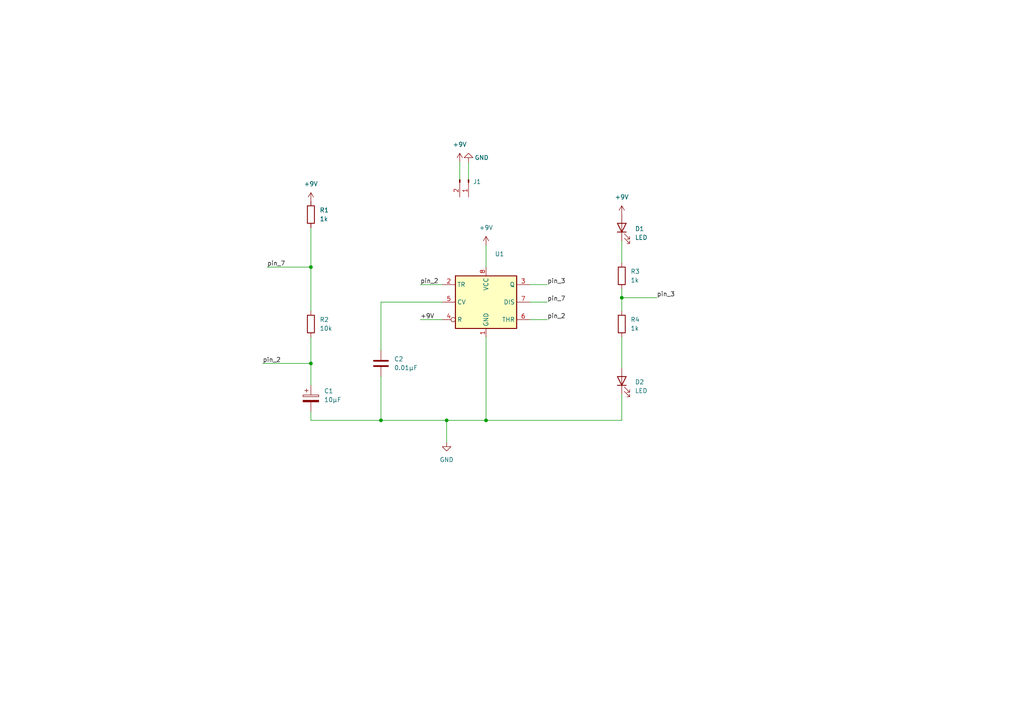
<source format=kicad_sch>
(kicad_sch (version 20211123) (generator eeschema)
  (paper "A4")
  (lib_symbols
    (symbol "Connector:Conn_01x02_Male" (pin_names (offset 1.016) hide)
      (property "Reference" "J" (at 0 2.54 0))
      (property "Value" "Conn_01x02_Male" (at 0 -5.08 0))
      (symbol "Conn_01x02_Male_1_1"
        (polyline (pts (xy 1.27 -2.54) (xy 0.8636 -2.54)) (stroke (width 0.1524)))
        (polyline (pts (xy 1.27 0) (xy 0.8636 0)) (stroke (width 0.1524)))
        (rectangle (start 0.8636 -2.413) (end 0 -2.667) (stroke (width 0.1524)) (fill (type outline)))
        (rectangle (start 0.8636 0.127) (end 0 -0.127) (stroke (width 0.1524)) (fill (type outline)))
        (pin passive line (at 5.08 0 180) (length 3.81) (name "Pin_1") (number "1"))
        (pin passive line (at 5.08 -2.54 180) (length 3.81) (name "Pin_2") (number "2"))
      )
    )
    (symbol "Device:C" (pin_numbers hide) (pin_names (offset 0.254))
      (property "Reference" "C" (at 0.635 2.54 0))
      (property "Value" "C" (at 0.635 -2.54 0))
      (symbol "C_0_1"
        (polyline (pts (xy -2.032 -0.762) (xy 2.032 -0.762)) (stroke (width 0.508)))
        (polyline (pts (xy -2.032 0.762) (xy 2.032 0.762)) (stroke (width 0.508)))
      )
      (symbol "C_1_1"
        (pin passive line (at 0 3.81 270) (length 2.794) (name "~") (number "1"))
        (pin passive line (at 0 -3.81 90) (length 2.794) (name "~") (number "2"))
      )
    )
    (symbol "Device:C_Polarized" (pin_numbers hide) (pin_names (offset 0.254))
      (property "Reference" "C" (at 0.635 2.54 0))
      (property "Value" "C_Polarized" (at 0.635 -2.54 0))
      (symbol "C_Polarized_0_1"
        (rectangle (start -2.286 0.508) (end 2.286 1.016))
        (polyline (pts (xy -1.778 2.286) (xy -0.762 2.286)))
        (polyline (pts (xy -1.27 2.794) (xy -1.27 1.778)))
        (rectangle (start 2.286 -0.508) (end -2.286 -1.016) (fill (type outline)))
      )
      (symbol "C_Polarized_1_1"
        (pin passive line (at 0 3.81 270) (length 2.794) (name "~") (number "1"))
        (pin passive line (at 0 -3.81 90) (length 2.794) (name "~") (number "2"))
      )
    )
    (symbol "Device:LED" (pin_numbers hide) (pin_names (offset 1.016) hide)
      (property "Reference" "D" (at 0 2.54 0))
      (property "Value" "LED" (at 0 -2.54 0))
      (symbol "LED_0_1"
        (polyline (pts (xy -1.27 -1.27) (xy -1.27 1.27)) (stroke (width 0.254)))
        (polyline (pts (xy -1.27 0) (xy 1.27 0)))
        (polyline (pts (xy 1.27 -1.27) (xy 1.27 1.27) (xy -1.27 0) (xy 1.27 -1.27)) (stroke (width 0.254)))
        (polyline (pts (xy -3.048 -0.762) (xy -4.572 -2.286) (xy -3.81 -2.286) (xy -4.572 -2.286) (xy -4.572 -1.524)))
        (polyline (pts (xy -1.778 -0.762) (xy -3.302 -2.286) (xy -2.54 -2.286) (xy -3.302 -2.286) (xy -3.302 -1.524)))
      )
      (symbol "LED_1_1"
        (pin passive line (at -3.81 0 0) (length 2.54) (name "K") (number "1"))
        (pin passive line (at 3.81 0 180) (length 2.54) (name "A") (number "2"))
      )
    )
    (symbol "Device:R" (pin_numbers hide) (pin_names (offset 0))
      (property "Reference" "R" (at 2.032 0 90))
      (property "Value" "R" (at 0 0 90))
      (symbol "R_0_1"
        (rectangle (start -1.016 -2.54) (end 1.016 2.54) (stroke (width 0.254)))
      )
      (symbol "R_1_1"
        (pin passive line (at 0 3.81 270) (length 1.27) (name "~") (number "1"))
        (pin passive line (at 0 -3.81 90) (length 1.27) (name "~") (number "2"))
      )
    )
    (symbol "Timer:NE555D"
      (property "Reference" "U" (at -10.16 8.89 0))
      (property "Value" "NE555D" (at 2.54 8.89 0))
      (symbol "NE555D_0_0"
        (pin power_in line (at 0 -10.16 90) (length 2.54) (name "GND") (number "1"))
        (pin power_in line (at 0 10.16 270) (length 2.54) (name "VCC") (number "8"))
      )
      (symbol "NE555D_0_1"
        (rectangle (start -8.89 -7.62) (end 8.89 7.62) (stroke (width 0.254)) (fill (type background)))
        (rectangle (start -8.89 -7.62) (end 8.89 7.62) (stroke (width 0.254)) (fill (type background)))
      )
      (symbol "NE555D_1_1"
        (pin input line (at -12.7 5.08 0) (length 3.81) (name "TR") (number "2"))
        (pin output line (at 12.7 5.08 180) (length 3.81) (name "Q") (number "3"))
        (pin input inverted (at -12.7 -5.08 0) (length 3.81) (name "R") (number "4"))
        (pin input line (at -12.7 0 0) (length 3.81) (name "CV") (number "5"))
        (pin input line (at 12.7 -5.08 180) (length 3.81) (name "THR") (number "6"))
        (pin input line (at 12.7 0 180) (length 3.81) (name "DIS") (number "7"))
      )
    )
    (symbol "power:+9V" (power) (pin_names (offset 0))
      (property "Value" "+9V" (at 0 3.556 0))
      (symbol "+9V_0_1"
        (polyline (pts (xy -0.762 1.27) (xy 0 2.54)))
        (polyline (pts (xy 0 0) (xy 0 2.54)))
        (polyline (pts (xy 0 2.54) (xy 0.762 1.27)))
      )
      (symbol "+9V_1_1"
        (pin power_in line (at 0 0 90) (length 0) hide (name "+9V") (number "1"))
      )
    )
    (symbol "power:GND" (power) (pin_names (offset 0))
      (property "Value" "GND" (at 0 -3.81 0))
      (symbol "GND_0_1"
        (polyline (pts (xy 0 0) (xy 0 -1.27) (xy 1.27 -1.27) (xy 0 -2.54) (xy -1.27 -1.27) (xy 0 -1.27)))
      )
      (symbol "GND_1_1"
        (pin power_in line (at 0 0 270) (length 0) hide (name "GND") (number "1"))
      )
    )
  )
  (junction (at 140.97 121.92))
  (junction (at 110.49 121.92))
  (junction (at 90.17 105.41))
  (junction (at 129.54 121.92))
  (junction (at 180.34 86.36))
  (junction (at 90.17 77.47))
  (wire (pts (xy 140.97 97.79) (xy 140.97 121.92)))
  (wire (pts (xy 129.54 121.92) (xy 110.49 121.92)))
  (wire (pts (xy 128.27 87.63) (xy 110.49 87.63)))
  (wire (pts (xy 180.34 86.36) (xy 190.5 86.36)))
  (wire (pts (xy 90.17 77.47) (xy 90.17 90.17)))
  (wire (pts (xy 180.34 86.36) (xy 180.34 90.17)))
  (wire (pts (xy 129.54 121.92) (xy 129.54 128.27)))
  (wire (pts (xy 133.35 46.99) (xy 133.35 52.07)))
  (wire (pts (xy 140.97 121.92) (xy 129.54 121.92)))
  (wire (pts (xy 90.17 121.92) (xy 110.49 121.92)))
  (wire (pts (xy 77.47 77.47) (xy 90.17 77.47)))
  (wire (pts (xy 180.34 97.79) (xy 180.34 106.68)))
  (wire (pts (xy 180.34 121.92) (xy 180.34 114.3)))
  (wire (pts (xy 110.49 121.92) (xy 110.49 109.22)))
  (wire (pts (xy 121.92 92.71) (xy 128.27 92.71)))
  (wire (pts (xy 121.92 82.55) (xy 128.27 82.55)))
  (wire (pts (xy 90.17 97.79) (xy 90.17 105.41)))
  (wire (pts (xy 153.67 87.63) (xy 158.75 87.63)))
  (wire (pts (xy 180.34 69.85) (xy 180.34 76.2)))
  (wire (pts (xy 140.97 71.12) (xy 140.97 77.47)))
  (wire (pts (xy 153.67 92.71) (xy 158.75 92.71)))
  (wire (pts (xy 135.89 46.99) (xy 135.89 52.07)))
  (wire (pts (xy 180.34 83.82) (xy 180.34 86.36)))
  (wire (pts (xy 90.17 105.41) (xy 90.17 111.76)))
  (wire (pts (xy 140.97 121.92) (xy 180.34 121.92)))
  (wire (pts (xy 90.17 66.04) (xy 90.17 77.47)))
  (wire (pts (xy 90.17 119.38) (xy 90.17 121.92)))
  (wire (pts (xy 76.2 105.41) (xy 90.17 105.41)))
  (wire (pts (xy 110.49 87.63) (xy 110.49 101.6)))
  (wire (pts (xy 153.67 82.55) (xy 158.75 82.55)))
  (label "pin_2" (at 76.2 105.41 0))
  (label "pin_2" (at 121.92 82.55 0))
  (label "+9V" (at 121.92 92.71 0))
  (label "pin_7" (at 77.47 77.47 0))
  (label "pin_7" (at 158.75 87.63 0))
  (label "pin_3" (at 158.75 82.55 0))
  (label "pin_3" (at 190.5 86.36 0))
  (label "pin_2" (at 158.75 92.71 0))
  (symbol (lib_id "power:GND") (at 129.54 128.27 0) (unit 1)
    (property "Reference" "#PWR?" (effects hide))
    (property "Value" "GND" (at 129.54 133.35 0))
  )
  (symbol (lib_id "power:+9V") (at 180.34 62.23 0) (unit 1)
    (property "Reference" "#PWR?" (effects hide))
    (property "Value" "+9V" (at 180.34 57.15 0))
  )
  (symbol (lib_id "Connector:Conn_01x02_Male") (at 135.89 52.07 270) (unit 1)
    (property "Reference" "J1" (at 137.16 52.7049 90) (effects (justify left)))
    (property "Value" "Conn_01x02_Male" (effects hide))
  )
  (symbol (lib_id "Device:R") (at 90.17 93.98 0) (unit 1)
    (property "Reference" "R2" (at 92.71 92.7099 0) (effects (justify left)))
    (property "Value" "10k" (at 92.71 95.2499 0) (effects (justify left)))
  )
  (symbol (lib_id "Device:C") (at 110.49 105.41 0) (unit 1)
    (property "Reference" "C2" (at 114.3 104.1399 0) (effects (justify left)))
    (property "Value" "0.01µF" (at 114.3 106.6799 0) (effects (justify left)))
  )
  (symbol (lib_id "power:+9V") (at 90.17 58.42 0) (unit 1)
    (property "Reference" "#PWR?" (effects hide))
    (property "Value" "+9V" (at 90.17 53.34 0))
  )
  (symbol (lib_id "Device:R") (at 180.34 80.01 0) (unit 1)
    (property "Reference" "R3" (at 182.88 78.7399 0) (effects (justify left)))
    (property "Value" "1k" (at 182.88 81.2799 0) (effects (justify left)))
  )
  (symbol (lib_id "Device:LED") (at 180.34 110.49 90) (unit 1)
    (property "Reference" "D2" (at 184.15 110.8074 90) (effects (justify right)))
    (property "Value" "LED" (at 184.15 113.3474 90) (effects (justify right)))
  )
  (symbol (lib_id "power:+9V") (at 140.97 71.12 0) (unit 1)
    (property "Reference" "#PWR?" (effects hide))
    (property "Value" "+9V" (at 140.97 66.04 0))
  )
  (symbol (lib_id "Device:R") (at 180.34 93.98 0) (unit 1)
    (property "Reference" "R4" (at 182.88 92.7099 0) (effects (justify left)))
    (property "Value" "1k" (at 182.88 95.2499 0) (effects (justify left)))
  )
  (symbol (lib_id "Device:LED") (at 180.34 66.04 90) (unit 1)
    (property "Reference" "D1" (at 184.15 66.3574 90) (effects (justify right)))
    (property "Value" "LED" (at 184.15 68.8974 90) (effects (justify right)))
  )
  (symbol (lib_id "power:+9V") (at 133.35 46.99 0) (unit 1)
    (property "Reference" "#PWR?" (effects hide))
    (property "Value" "+9V" (at 133.35 41.91 0))
  )
  (symbol (lib_id "Timer:NE555D") (at 140.97 87.63 0) (unit 1)
    (property "Reference" "U1" (at 143.51 73.66 0) (effects (justify left)))
    (property "Value" "NE555D" (effects hide))
    (property "Footprint" "Package_SO:SOIC-8_3.9x4.9mm_P1.27mm" (effects hide))
    (property "Datasheet" "http://www.ti.com/lit/ds/symlink/ne555.pdf" (effects hide))
  )
  (symbol (lib_id "Device:C_Polarized") (at 90.17 115.57 0) (unit 1)
    (property "Reference" "C1" (at 93.98 113.4109 0) (effects (justify left)))
    (property "Value" "10µF" (at 93.98 115.9509 0) (effects (justify left)))
  )
  (symbol (lib_id "power:GND") (at 135.89 46.99 180) (unit 1)
    (property "Reference" "#PWR?" (effects hide))
    (property "Value" "GND" (at 139.7 45.72 0))
  )
  (symbol (lib_id "Device:R") (at 90.17 62.23 0) (unit 1)
    (property "Reference" "R1" (at 92.71 60.9599 0) (effects (justify left)))
    (property "Value" "1k" (at 92.71 63.4999 0) (effects (justify left)))
  )
)
</source>
